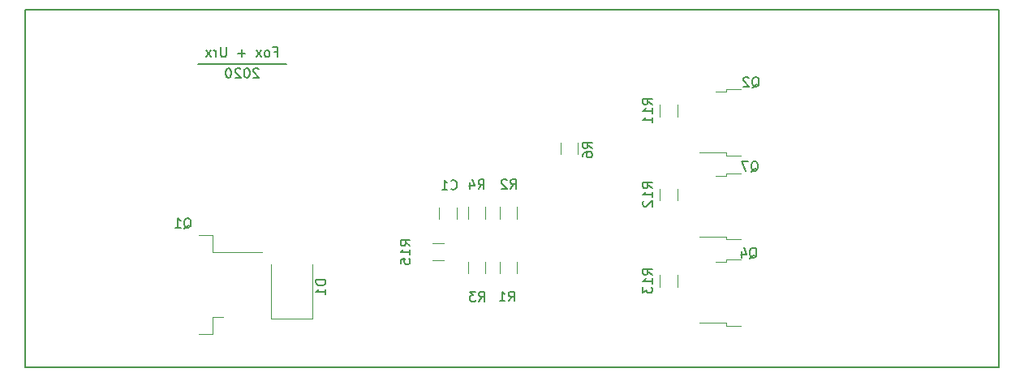
<source format=gbr>
G04 #@! TF.GenerationSoftware,KiCad,Pcbnew,(5.1.4-0)*
G04 #@! TF.CreationDate,2020-01-15T23:19:41+03:00*
G04 #@! TF.ProjectId,stl,73746c2e-6b69-4636-9164-5f7063625858,rev?*
G04 #@! TF.SameCoordinates,Original*
G04 #@! TF.FileFunction,Legend,Bot*
G04 #@! TF.FilePolarity,Positive*
%FSLAX46Y46*%
G04 Gerber Fmt 4.6, Leading zero omitted, Abs format (unit mm)*
G04 Created by KiCad (PCBNEW (5.1.4-0)) date 2020-01-15 23:19:41*
%MOMM*%
%LPD*%
G04 APERTURE LIST*
%ADD10C,0.150000*%
%ADD11C,0.120000*%
G04 APERTURE END LIST*
D10*
X198361085Y-19791419D02*
X198313466Y-19743800D01*
X198218228Y-19696180D01*
X197980133Y-19696180D01*
X197884895Y-19743800D01*
X197837276Y-19791419D01*
X197789657Y-19886657D01*
X197789657Y-19981895D01*
X197837276Y-20124752D01*
X198408704Y-20696180D01*
X197789657Y-20696180D01*
X197170609Y-19696180D02*
X197075371Y-19696180D01*
X196980133Y-19743800D01*
X196932514Y-19791419D01*
X196884895Y-19886657D01*
X196837276Y-20077133D01*
X196837276Y-20315228D01*
X196884895Y-20505704D01*
X196932514Y-20600942D01*
X196980133Y-20648561D01*
X197075371Y-20696180D01*
X197170609Y-20696180D01*
X197265847Y-20648561D01*
X197313466Y-20600942D01*
X197361085Y-20505704D01*
X197408704Y-20315228D01*
X197408704Y-20077133D01*
X197361085Y-19886657D01*
X197313466Y-19791419D01*
X197265847Y-19743800D01*
X197170609Y-19696180D01*
X196456323Y-19791419D02*
X196408704Y-19743800D01*
X196313466Y-19696180D01*
X196075371Y-19696180D01*
X195980133Y-19743800D01*
X195932514Y-19791419D01*
X195884895Y-19886657D01*
X195884895Y-19981895D01*
X195932514Y-20124752D01*
X196503942Y-20696180D01*
X195884895Y-20696180D01*
X195265847Y-19696180D02*
X195170609Y-19696180D01*
X195075371Y-19743800D01*
X195027752Y-19791419D01*
X194980133Y-19886657D01*
X194932514Y-20077133D01*
X194932514Y-20315228D01*
X194980133Y-20505704D01*
X195027752Y-20600942D01*
X195075371Y-20648561D01*
X195170609Y-20696180D01*
X195265847Y-20696180D01*
X195361085Y-20648561D01*
X195408704Y-20600942D01*
X195456323Y-20505704D01*
X195503942Y-20315228D01*
X195503942Y-20077133D01*
X195456323Y-19886657D01*
X195408704Y-19791419D01*
X195361085Y-19743800D01*
X195265847Y-19696180D01*
X192024000Y-19219100D02*
X201269600Y-19219100D01*
X199980133Y-17987971D02*
X200313466Y-17987971D01*
X200313466Y-18511780D02*
X200313466Y-17511780D01*
X199837276Y-17511780D01*
X199313466Y-18511780D02*
X199408704Y-18464161D01*
X199456323Y-18416542D01*
X199503942Y-18321304D01*
X199503942Y-18035590D01*
X199456323Y-17940352D01*
X199408704Y-17892733D01*
X199313466Y-17845114D01*
X199170609Y-17845114D01*
X199075371Y-17892733D01*
X199027752Y-17940352D01*
X198980133Y-18035590D01*
X198980133Y-18321304D01*
X199027752Y-18416542D01*
X199075371Y-18464161D01*
X199170609Y-18511780D01*
X199313466Y-18511780D01*
X198646800Y-18511780D02*
X198122990Y-17845114D01*
X198646800Y-17845114D02*
X198122990Y-18511780D01*
X196980133Y-18130828D02*
X196218228Y-18130828D01*
X196599180Y-18511780D02*
X196599180Y-17749876D01*
X194980133Y-17511780D02*
X194980133Y-18321304D01*
X194932514Y-18416542D01*
X194884895Y-18464161D01*
X194789657Y-18511780D01*
X194599180Y-18511780D01*
X194503942Y-18464161D01*
X194456323Y-18416542D01*
X194408704Y-18321304D01*
X194408704Y-17511780D01*
X193932514Y-18511780D02*
X193932514Y-17845114D01*
X193932514Y-18035590D02*
X193884895Y-17940352D01*
X193837276Y-17892733D01*
X193742038Y-17845114D01*
X193646800Y-17845114D01*
X193408704Y-18511780D02*
X192884895Y-17845114D01*
X193408704Y-17845114D02*
X192884895Y-18511780D01*
X275590000Y-50927000D02*
X173990000Y-50927000D01*
X173990000Y-13589000D02*
X173990000Y-50927000D01*
X275590000Y-13589000D02*
X173990000Y-13589000D01*
X275590000Y-13589000D02*
X275590000Y-50927000D01*
D11*
G04 #@! TO.C,Q2*
X248661200Y-28799200D02*
X247161200Y-28799200D01*
X247161200Y-28799200D02*
X247161200Y-28529200D01*
X247161200Y-28529200D02*
X244331200Y-28529200D01*
X248661200Y-21899200D02*
X247161200Y-21899200D01*
X247161200Y-21899200D02*
X247161200Y-22169200D01*
X247161200Y-22169200D02*
X246061200Y-22169200D01*
G04 #@! TO.C,R15*
X217717064Y-37929000D02*
X216512936Y-37929000D01*
X217717064Y-39749000D02*
X216512936Y-39749000D01*
G04 #@! TO.C,Q1*
X193577000Y-45681000D02*
X194677000Y-45681000D01*
X193577000Y-47491000D02*
X193577000Y-45681000D01*
X192077000Y-47491000D02*
X193577000Y-47491000D01*
X193577000Y-38901000D02*
X198702000Y-38901000D01*
X193577000Y-37091000D02*
X193577000Y-38901000D01*
X192077000Y-37091000D02*
X193577000Y-37091000D01*
G04 #@! TO.C,Q7*
X248661200Y-37562200D02*
X247161200Y-37562200D01*
X247161200Y-37562200D02*
X247161200Y-37292200D01*
X247161200Y-37292200D02*
X244331200Y-37292200D01*
X248661200Y-30662200D02*
X247161200Y-30662200D01*
X247161200Y-30662200D02*
X247161200Y-30932200D01*
X247161200Y-30932200D02*
X246061200Y-30932200D01*
G04 #@! TO.C,Q4*
X248661200Y-46579200D02*
X247161200Y-46579200D01*
X247161200Y-46579200D02*
X247161200Y-46309200D01*
X247161200Y-46309200D02*
X244331200Y-46309200D01*
X248661200Y-39679200D02*
X247161200Y-39679200D01*
X247161200Y-39679200D02*
X247161200Y-39949200D01*
X247161200Y-39949200D02*
X246061200Y-39949200D01*
G04 #@! TO.C,C1*
X217200000Y-34217936D02*
X217200000Y-35422064D01*
X219020000Y-34217936D02*
X219020000Y-35422064D01*
G04 #@! TO.C,D1*
X203953000Y-45841000D02*
X199653000Y-45841000D01*
X199653000Y-45841000D02*
X199653000Y-40141000D01*
X203953000Y-45841000D02*
X203953000Y-40141000D01*
G04 #@! TO.C,R2*
X225319000Y-34195936D02*
X225319000Y-35400064D01*
X223499000Y-34195936D02*
X223499000Y-35400064D01*
G04 #@! TO.C,R13*
X240212200Y-42512064D02*
X240212200Y-41307936D01*
X242032200Y-42512064D02*
X242032200Y-41307936D01*
G04 #@! TO.C,R12*
X242032200Y-33495064D02*
X242032200Y-32290936D01*
X240212200Y-33495064D02*
X240212200Y-32290936D01*
G04 #@! TO.C,R11*
X240212200Y-24732064D02*
X240212200Y-23527936D01*
X242032200Y-24732064D02*
X242032200Y-23527936D01*
G04 #@! TO.C,R1*
X223499000Y-39910936D02*
X223499000Y-41115064D01*
X225319000Y-39910936D02*
X225319000Y-41115064D01*
G04 #@! TO.C,R6*
X229849000Y-28666064D02*
X229849000Y-27461936D01*
X231669000Y-28666064D02*
X231669000Y-27461936D01*
G04 #@! TO.C,R4*
X222017000Y-34195936D02*
X222017000Y-35400064D01*
X220197000Y-34195936D02*
X220197000Y-35400064D01*
G04 #@! TO.C,R3*
X220197000Y-39910936D02*
X220197000Y-41115064D01*
X222017000Y-39910936D02*
X222017000Y-41115064D01*
G04 #@! TD*
G04 #@! TO.C,Q2*
D10*
X249845238Y-21727619D02*
X249940476Y-21680000D01*
X250035714Y-21584761D01*
X250178571Y-21441904D01*
X250273809Y-21394285D01*
X250369047Y-21394285D01*
X250321428Y-21632380D02*
X250416666Y-21584761D01*
X250511904Y-21489523D01*
X250559523Y-21299047D01*
X250559523Y-20965714D01*
X250511904Y-20775238D01*
X250416666Y-20680000D01*
X250321428Y-20632380D01*
X250130952Y-20632380D01*
X250035714Y-20680000D01*
X249940476Y-20775238D01*
X249892857Y-20965714D01*
X249892857Y-21299047D01*
X249940476Y-21489523D01*
X250035714Y-21584761D01*
X250130952Y-21632380D01*
X250321428Y-21632380D01*
X249511904Y-20727619D02*
X249464285Y-20680000D01*
X249369047Y-20632380D01*
X249130952Y-20632380D01*
X249035714Y-20680000D01*
X248988095Y-20727619D01*
X248940476Y-20822857D01*
X248940476Y-20918095D01*
X248988095Y-21060952D01*
X249559523Y-21632380D01*
X248940476Y-21632380D01*
G04 #@! TO.C,R15*
X214167980Y-38244542D02*
X213691790Y-37911209D01*
X214167980Y-37673114D02*
X213167980Y-37673114D01*
X213167980Y-38054066D01*
X213215600Y-38149304D01*
X213263219Y-38196923D01*
X213358457Y-38244542D01*
X213501314Y-38244542D01*
X213596552Y-38196923D01*
X213644171Y-38149304D01*
X213691790Y-38054066D01*
X213691790Y-37673114D01*
X214167980Y-39196923D02*
X214167980Y-38625495D01*
X214167980Y-38911209D02*
X213167980Y-38911209D01*
X213310838Y-38815971D01*
X213406076Y-38720733D01*
X213453695Y-38625495D01*
X213167980Y-40101685D02*
X213167980Y-39625495D01*
X213644171Y-39577876D01*
X213596552Y-39625495D01*
X213548933Y-39720733D01*
X213548933Y-39958828D01*
X213596552Y-40054066D01*
X213644171Y-40101685D01*
X213739409Y-40149304D01*
X213977504Y-40149304D01*
X214072742Y-40101685D01*
X214120361Y-40054066D01*
X214167980Y-39958828D01*
X214167980Y-39720733D01*
X214120361Y-39625495D01*
X214072742Y-39577876D01*
G04 #@! TO.C,Q1*
X190565238Y-36437619D02*
X190660476Y-36390000D01*
X190755714Y-36294761D01*
X190898571Y-36151904D01*
X190993809Y-36104285D01*
X191089047Y-36104285D01*
X191041428Y-36342380D02*
X191136666Y-36294761D01*
X191231904Y-36199523D01*
X191279523Y-36009047D01*
X191279523Y-35675714D01*
X191231904Y-35485238D01*
X191136666Y-35390000D01*
X191041428Y-35342380D01*
X190850952Y-35342380D01*
X190755714Y-35390000D01*
X190660476Y-35485238D01*
X190612857Y-35675714D01*
X190612857Y-36009047D01*
X190660476Y-36199523D01*
X190755714Y-36294761D01*
X190850952Y-36342380D01*
X191041428Y-36342380D01*
X189660476Y-36342380D02*
X190231904Y-36342380D01*
X189946190Y-36342380D02*
X189946190Y-35342380D01*
X190041428Y-35485238D01*
X190136666Y-35580476D01*
X190231904Y-35628095D01*
G04 #@! TO.C,Q7*
X249735238Y-30507619D02*
X249830476Y-30460000D01*
X249925714Y-30364761D01*
X250068571Y-30221904D01*
X250163809Y-30174285D01*
X250259047Y-30174285D01*
X250211428Y-30412380D02*
X250306666Y-30364761D01*
X250401904Y-30269523D01*
X250449523Y-30079047D01*
X250449523Y-29745714D01*
X250401904Y-29555238D01*
X250306666Y-29460000D01*
X250211428Y-29412380D01*
X250020952Y-29412380D01*
X249925714Y-29460000D01*
X249830476Y-29555238D01*
X249782857Y-29745714D01*
X249782857Y-30079047D01*
X249830476Y-30269523D01*
X249925714Y-30364761D01*
X250020952Y-30412380D01*
X250211428Y-30412380D01*
X249449523Y-29412380D02*
X248782857Y-29412380D01*
X249211428Y-30412380D01*
G04 #@! TO.C,Q4*
X249585238Y-39547619D02*
X249680476Y-39500000D01*
X249775714Y-39404761D01*
X249918571Y-39261904D01*
X250013809Y-39214285D01*
X250109047Y-39214285D01*
X250061428Y-39452380D02*
X250156666Y-39404761D01*
X250251904Y-39309523D01*
X250299523Y-39119047D01*
X250299523Y-38785714D01*
X250251904Y-38595238D01*
X250156666Y-38500000D01*
X250061428Y-38452380D01*
X249870952Y-38452380D01*
X249775714Y-38500000D01*
X249680476Y-38595238D01*
X249632857Y-38785714D01*
X249632857Y-39119047D01*
X249680476Y-39309523D01*
X249775714Y-39404761D01*
X249870952Y-39452380D01*
X250061428Y-39452380D01*
X248775714Y-38785714D02*
X248775714Y-39452380D01*
X249013809Y-38404761D02*
X249251904Y-39119047D01*
X248632857Y-39119047D01*
G04 #@! TO.C,C1*
X218426666Y-32277142D02*
X218474285Y-32324761D01*
X218617142Y-32372380D01*
X218712380Y-32372380D01*
X218855238Y-32324761D01*
X218950476Y-32229523D01*
X218998095Y-32134285D01*
X219045714Y-31943809D01*
X219045714Y-31800952D01*
X218998095Y-31610476D01*
X218950476Y-31515238D01*
X218855238Y-31420000D01*
X218712380Y-31372380D01*
X218617142Y-31372380D01*
X218474285Y-31420000D01*
X218426666Y-31467619D01*
X217474285Y-32372380D02*
X218045714Y-32372380D01*
X217760000Y-32372380D02*
X217760000Y-31372380D01*
X217855238Y-31515238D01*
X217950476Y-31610476D01*
X218045714Y-31658095D01*
G04 #@! TO.C,D1*
X205342380Y-41811904D02*
X204342380Y-41811904D01*
X204342380Y-42050000D01*
X204390000Y-42192857D01*
X204485238Y-42288095D01*
X204580476Y-42335714D01*
X204770952Y-42383333D01*
X204913809Y-42383333D01*
X205104285Y-42335714D01*
X205199523Y-42288095D01*
X205294761Y-42192857D01*
X205342380Y-42050000D01*
X205342380Y-41811904D01*
X205342380Y-43335714D02*
X205342380Y-42764285D01*
X205342380Y-43050000D02*
X204342380Y-43050000D01*
X204485238Y-42954761D01*
X204580476Y-42859523D01*
X204628095Y-42764285D01*
G04 #@! TO.C,R2*
X224626666Y-32282380D02*
X224960000Y-31806190D01*
X225198095Y-32282380D02*
X225198095Y-31282380D01*
X224817142Y-31282380D01*
X224721904Y-31330000D01*
X224674285Y-31377619D01*
X224626666Y-31472857D01*
X224626666Y-31615714D01*
X224674285Y-31710952D01*
X224721904Y-31758571D01*
X224817142Y-31806190D01*
X225198095Y-31806190D01*
X224245714Y-31377619D02*
X224198095Y-31330000D01*
X224102857Y-31282380D01*
X223864761Y-31282380D01*
X223769523Y-31330000D01*
X223721904Y-31377619D01*
X223674285Y-31472857D01*
X223674285Y-31568095D01*
X223721904Y-31710952D01*
X224293333Y-32282380D01*
X223674285Y-32282380D01*
G04 #@! TO.C,R13*
X239440980Y-41267142D02*
X238964790Y-40933809D01*
X239440980Y-40695714D02*
X238440980Y-40695714D01*
X238440980Y-41076666D01*
X238488600Y-41171904D01*
X238536219Y-41219523D01*
X238631457Y-41267142D01*
X238774314Y-41267142D01*
X238869552Y-41219523D01*
X238917171Y-41171904D01*
X238964790Y-41076666D01*
X238964790Y-40695714D01*
X239440980Y-42219523D02*
X239440980Y-41648095D01*
X239440980Y-41933809D02*
X238440980Y-41933809D01*
X238583838Y-41838571D01*
X238679076Y-41743333D01*
X238726695Y-41648095D01*
X238440980Y-42552857D02*
X238440980Y-43171904D01*
X238821933Y-42838571D01*
X238821933Y-42981428D01*
X238869552Y-43076666D01*
X238917171Y-43124285D01*
X239012409Y-43171904D01*
X239250504Y-43171904D01*
X239345742Y-43124285D01*
X239393361Y-43076666D01*
X239440980Y-42981428D01*
X239440980Y-42695714D01*
X239393361Y-42600476D01*
X239345742Y-42552857D01*
G04 #@! TO.C,R12*
X239440980Y-32224742D02*
X238964790Y-31891409D01*
X239440980Y-31653314D02*
X238440980Y-31653314D01*
X238440980Y-32034266D01*
X238488600Y-32129504D01*
X238536219Y-32177123D01*
X238631457Y-32224742D01*
X238774314Y-32224742D01*
X238869552Y-32177123D01*
X238917171Y-32129504D01*
X238964790Y-32034266D01*
X238964790Y-31653314D01*
X239440980Y-33177123D02*
X239440980Y-32605695D01*
X239440980Y-32891409D02*
X238440980Y-32891409D01*
X238583838Y-32796171D01*
X238679076Y-32700933D01*
X238726695Y-32605695D01*
X238536219Y-33558076D02*
X238488600Y-33605695D01*
X238440980Y-33700933D01*
X238440980Y-33939028D01*
X238488600Y-34034266D01*
X238536219Y-34081885D01*
X238631457Y-34129504D01*
X238726695Y-34129504D01*
X238869552Y-34081885D01*
X239440980Y-33510457D01*
X239440980Y-34129504D01*
G04 #@! TO.C,R11*
X239440980Y-23487142D02*
X238964790Y-23153809D01*
X239440980Y-22915714D02*
X238440980Y-22915714D01*
X238440980Y-23296666D01*
X238488600Y-23391904D01*
X238536219Y-23439523D01*
X238631457Y-23487142D01*
X238774314Y-23487142D01*
X238869552Y-23439523D01*
X238917171Y-23391904D01*
X238964790Y-23296666D01*
X238964790Y-22915714D01*
X239440980Y-24439523D02*
X239440980Y-23868095D01*
X239440980Y-24153809D02*
X238440980Y-24153809D01*
X238583838Y-24058571D01*
X238679076Y-23963333D01*
X238726695Y-23868095D01*
X239440980Y-25391904D02*
X239440980Y-24820476D01*
X239440980Y-25106190D02*
X238440980Y-25106190D01*
X238583838Y-25010952D01*
X238679076Y-24915714D01*
X238726695Y-24820476D01*
G04 #@! TO.C,R1*
X224448666Y-44013380D02*
X224782000Y-43537190D01*
X225020095Y-44013380D02*
X225020095Y-43013380D01*
X224639142Y-43013380D01*
X224543904Y-43061000D01*
X224496285Y-43108619D01*
X224448666Y-43203857D01*
X224448666Y-43346714D01*
X224496285Y-43441952D01*
X224543904Y-43489571D01*
X224639142Y-43537190D01*
X225020095Y-43537190D01*
X223496285Y-44013380D02*
X224067714Y-44013380D01*
X223782000Y-44013380D02*
X223782000Y-43013380D01*
X223877238Y-43156238D01*
X223972476Y-43251476D01*
X224067714Y-43299095D01*
G04 #@! TO.C,R6*
X233182380Y-28063333D02*
X232706190Y-27730000D01*
X233182380Y-27491904D02*
X232182380Y-27491904D01*
X232182380Y-27872857D01*
X232230000Y-27968095D01*
X232277619Y-28015714D01*
X232372857Y-28063333D01*
X232515714Y-28063333D01*
X232610952Y-28015714D01*
X232658571Y-27968095D01*
X232706190Y-27872857D01*
X232706190Y-27491904D01*
X232182380Y-28920476D02*
X232182380Y-28730000D01*
X232230000Y-28634761D01*
X232277619Y-28587142D01*
X232420476Y-28491904D01*
X232610952Y-28444285D01*
X232991904Y-28444285D01*
X233087142Y-28491904D01*
X233134761Y-28539523D01*
X233182380Y-28634761D01*
X233182380Y-28825238D01*
X233134761Y-28920476D01*
X233087142Y-28968095D01*
X232991904Y-29015714D01*
X232753809Y-29015714D01*
X232658571Y-28968095D01*
X232610952Y-28920476D01*
X232563333Y-28825238D01*
X232563333Y-28634761D01*
X232610952Y-28539523D01*
X232658571Y-28491904D01*
X232753809Y-28444285D01*
G04 #@! TO.C,R4*
X221286666Y-32322380D02*
X221620000Y-31846190D01*
X221858095Y-32322380D02*
X221858095Y-31322380D01*
X221477142Y-31322380D01*
X221381904Y-31370000D01*
X221334285Y-31417619D01*
X221286666Y-31512857D01*
X221286666Y-31655714D01*
X221334285Y-31750952D01*
X221381904Y-31798571D01*
X221477142Y-31846190D01*
X221858095Y-31846190D01*
X220429523Y-31655714D02*
X220429523Y-32322380D01*
X220667619Y-31274761D02*
X220905714Y-31989047D01*
X220286666Y-31989047D01*
G04 #@! TO.C,R3*
X221336666Y-44032380D02*
X221670000Y-43556190D01*
X221908095Y-44032380D02*
X221908095Y-43032380D01*
X221527142Y-43032380D01*
X221431904Y-43080000D01*
X221384285Y-43127619D01*
X221336666Y-43222857D01*
X221336666Y-43365714D01*
X221384285Y-43460952D01*
X221431904Y-43508571D01*
X221527142Y-43556190D01*
X221908095Y-43556190D01*
X221003333Y-43032380D02*
X220384285Y-43032380D01*
X220717619Y-43413333D01*
X220574761Y-43413333D01*
X220479523Y-43460952D01*
X220431904Y-43508571D01*
X220384285Y-43603809D01*
X220384285Y-43841904D01*
X220431904Y-43937142D01*
X220479523Y-43984761D01*
X220574761Y-44032380D01*
X220860476Y-44032380D01*
X220955714Y-43984761D01*
X221003333Y-43937142D01*
G04 #@! TD*
M02*

</source>
